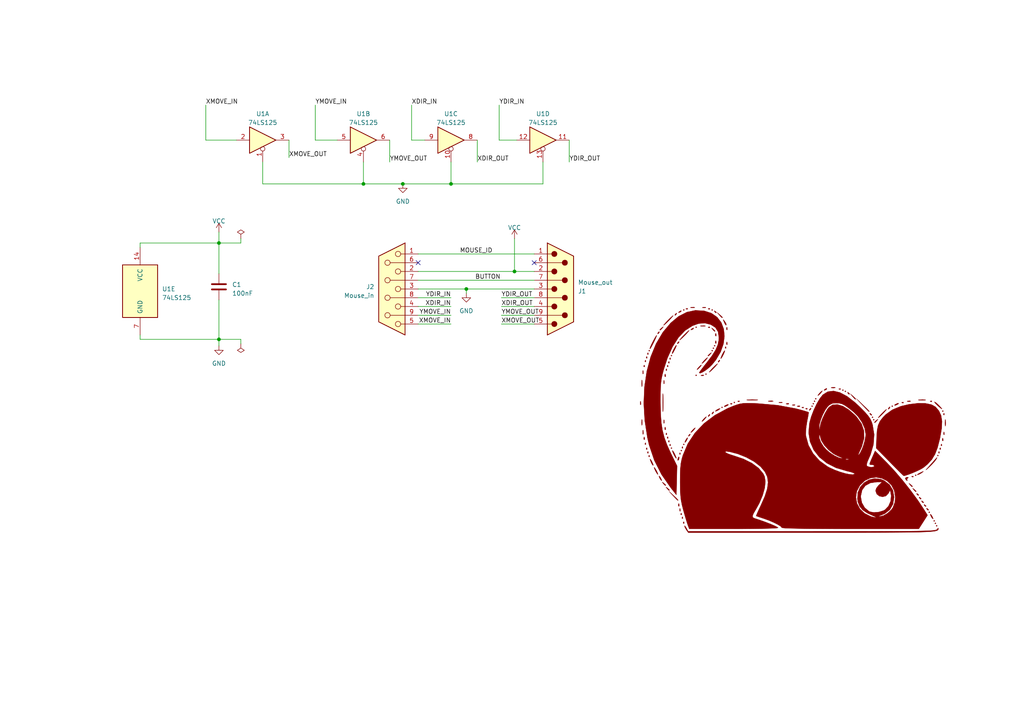
<source format=kicad_sch>
(kicad_sch (version 20230121) (generator eeschema)
  (paper "A4")
  (title_block (title "Apple II mouse cleaner") (rev ".1") (company "Wyolum.com"))
  (lib_symbols
    (symbol "power:GND" (power) (pin_names (offset 0))
      (property "Value" "GND" (at 0 -3.81 0))
      (symbol "GND_1_1"
        (pin power_in line (at 0 0 270) (length 0) hide (name "GND") (number "1"))
      )
    )
    (symbol "power:PWR_FLAG" (power) (pin_numbers hide) (pin_names (offset 0) hide)
      (property "Value" "PWR_FLAG" (at 0 3.81 0))
      (symbol "PWR_FLAG_0_0"
        (pin power_out line (at 0 0 90) (length 0) (name "pwr") (number "1"))
      )
    )
    (symbol "power:VCC" (power) (pin_names (offset 0))
      (property "Value" "VCC" (at 0 3.81 0))
      (symbol "VCC_1_1"
        (pin power_in line (at 0 0 90) (length 0) hide (name "VCC") (number "1"))
      )
    )
    (symbol "symbols:74LS125" (pin_names (offset 1.016))
      (property "Reference" "U" (at 0 1.27 0))
      (property "Value" "74LS125" (at 0 -1.27 0))
      (symbol "74LS125_1_0"
        (pin input inverted (at 0 -6.35 90) (length 4.445) (name "~") (number "1"))
        (pin input line (at -7.62 0 0) (length 3.81) (name "~") (number "2"))
        (pin tri_state line (at 7.62 0 180) (length 3.81) (name "~") (number "3"))
      )
      (symbol "74LS125_2_0"
        (pin input inverted (at 0 -6.35 90) (length 4.445) (name "~") (number "4"))
        (pin input line (at -7.62 0 0) (length 3.81) (name "~") (number "5"))
        (pin tri_state line (at 7.62 0 180) (length 3.81) (name "~") (number "6"))
      )
      (symbol "74LS125_3_0"
        (pin input inverted (at 0 -6.35 90) (length 4.445) (name "~") (number "10"))
        (pin tri_state line (at 7.62 0 180) (length 3.81) (name "~") (number "8"))
        (pin input line (at -7.62 0 0) (length 3.81) (name "~") (number "9"))
      )
      (symbol "74LS125_4_0"
        (pin tri_state line (at 7.62 0 180) (length 3.81) (name "~") (number "11"))
        (pin input line (at -7.62 0 0) (length 3.81) (name "~") (number "12"))
        (pin input inverted (at 0 -6.35 90) (length 4.445) (name "~") (number "13"))
      )
      (symbol "74LS125_5_0"
        (pin power_in line (at 0 12.7 270) (length 5.08) (name "VCC") (number "14"))
        (pin power_in line (at 0 -12.7 90) (length 5.08) (name "GND") (number "7"))
      )
    )
    (symbol "symbols:C" (pin_numbers hide) (pin_names (offset 0.254))
      (property "Reference" "C" (at 0.635 2.54 0))
      (property "Value" "C" (at 0.635 -2.54 0))
      (symbol "C_1_1"
        (pin passive line (at 0 3.81 270) (length 2.794) (name "~") (number "1"))
        (pin passive line (at 0 -3.81 90) (length 2.794) (name "~") (number "2"))
      )
    )
    (symbol "symbols:DE9_Plug" (pin_names (offset 1.016) hide)
      (property "Reference" "J" (at 0 13.97 0))
      (property "Value" "DE9_Plug" (at 0 -14.605 0))
      (symbol "DE9_Plug_1_1"
        (pin passive line (at -7.62 -10.16 0) (length 3.81) (name "1") (number "1"))
        (pin passive line (at -7.62 -5.08 0) (length 3.81) (name "2") (number "2"))
        (pin passive line (at -7.62 0 0) (length 3.81) (name "3") (number "3"))
        (pin passive line (at -7.62 5.08 0) (length 3.81) (name "4") (number "4"))
        (pin passive line (at -7.62 10.16 0) (length 3.81) (name "5") (number "5"))
        (pin passive line (at -7.62 -7.62 0) (length 3.81) (name "6") (number "6"))
        (pin passive line (at -7.62 -2.54 0) (length 3.81) (name "7") (number "7"))
        (pin passive line (at -7.62 2.54 0) (length 3.81) (name "8") (number "8"))
        (pin passive line (at -7.62 7.62 0) (length 3.81) (name "9") (number "9"))
      )
    )
    (symbol "symbols:DE9_Receptacle" (pin_names (offset 1.016) hide)
      (property "Reference" "J" (at 0 13.97 0))
      (property "Value" "DE9_Receptacle" (at 0 -14.605 0))
      (symbol "DE9_Receptacle_1_1"
        (pin passive line (at -7.62 10.16 0) (length 3.81) (name "1") (number "1"))
        (pin passive line (at -7.62 5.08 0) (length 3.81) (name "2") (number "2"))
        (pin passive line (at -7.62 0 0) (length 3.81) (name "3") (number "3"))
        (pin passive line (at -7.62 -5.08 0) (length 3.81) (name "4") (number "4"))
        (pin passive line (at -7.62 -10.16 0) (length 3.81) (name "5") (number "5"))
        (pin passive line (at -7.62 7.62 0) (length 3.81) (name "6") (number "6"))
        (pin passive line (at -7.62 2.54 0) (length 3.81) (name "7") (number "7"))
        (pin passive line (at -7.62 -2.54 0) (length 3.81) (name "8") (number "8"))
        (pin passive line (at -7.62 -7.62 0) (length 3.81) (name "9") (number "9"))
      )
    )
    (symbol "symbols:Mouse-" (pin_names (offset 1.016)))
  )
  (junction (at 105.41 53.34))
  (junction (at 63.5 98.425))
  (junction (at 130.81 53.34))
  (junction (at 135.255 83.82))
  (junction (at 116.84 53.34))
  (junction (at 149.225 78.74))
  (junction (at 63.5 70.485))
  (no_connect (at 121.285 76.2))
  (no_connect (at 154.94 76.2))
  (wire (pts (xy 121.285 93.98) (xy 130.81 93.98)))
  (wire (pts (xy 145.415 88.9) (xy 154.94 88.9)))
  (wire (pts (xy 123.19 40.64) (xy 119.38 40.64)))
  (wire (pts (xy 121.285 86.36) (xy 130.81 86.36)))
  (wire (pts (xy 121.285 78.74) (xy 149.225 78.74)))
  (wire (pts (xy 63.5 67.31) (xy 63.5 70.485)))
  (wire (pts (xy 135.255 83.82) (xy 135.255 85.09)))
  (wire (pts (xy 76.2 53.34) (xy 76.2 46.99)))
  (wire (pts (xy 69.85 69.215) (xy 69.85 70.485)))
  (wire (pts (xy 149.225 78.74) (xy 154.94 78.74)))
  (wire (pts (xy 119.38 30.48) (xy 119.38 40.64)))
  (wire (pts (xy 165.1 40.64) (xy 165.1 46.99)))
  (wire (pts (xy 138.43 40.64) (xy 138.43 46.99)))
  (wire (pts (xy 59.69 30.48) (xy 59.69 40.64)))
  (wire (pts (xy 144.78 30.48) (xy 144.78 40.64)))
  (wire (pts (xy 40.64 97.155) (xy 40.64 98.425)))
  (wire (pts (xy 69.85 99.695) (xy 69.85 98.425)))
  (wire (pts (xy 69.85 70.485) (xy 63.5 70.485)))
  (wire (pts (xy 63.5 98.425) (xy 63.5 100.33)))
  (wire (pts (xy 63.5 70.485) (xy 63.5 79.375)))
  (wire (pts (xy 145.415 86.36) (xy 154.94 86.36)))
  (wire (pts (xy 121.285 91.44) (xy 130.81 91.44)))
  (wire (pts (xy 40.64 98.425) (xy 63.5 98.425)))
  (wire (pts (xy 145.415 93.98) (xy 154.94 93.98)))
  (wire (pts (xy 40.64 70.485) (xy 63.5 70.485)))
  (wire (pts (xy 121.285 83.82) (xy 135.255 83.82)))
  (wire (pts (xy 116.84 53.34) (xy 105.41 53.34)))
  (wire (pts (xy 91.44 30.48) (xy 91.44 40.64)))
  (wire (pts (xy 83.82 40.64) (xy 83.82 45.72)))
  (wire (pts (xy 68.58 40.64) (xy 59.69 40.64)))
  (wire (pts (xy 105.41 46.99) (xy 105.41 53.34)))
  (wire (pts (xy 69.85 98.425) (xy 63.5 98.425)))
  (wire (pts (xy 157.48 46.99) (xy 157.48 53.34)))
  (wire (pts (xy 130.81 46.99) (xy 130.81 53.34)))
  (wire (pts (xy 149.86 40.64) (xy 144.78 40.64)))
  (wire (pts (xy 113.03 40.64) (xy 113.03 46.99)))
  (wire (pts (xy 63.5 86.995) (xy 63.5 98.425)))
  (wire (pts (xy 145.415 91.44) (xy 154.94 91.44)))
  (wire (pts (xy 97.79 40.64) (xy 91.44 40.64)))
  (wire (pts (xy 157.48 53.34) (xy 130.81 53.34)))
  (wire (pts (xy 130.81 53.34) (xy 116.84 53.34)))
  (wire (pts (xy 121.285 73.66) (xy 154.94 73.66)))
  (wire (pts (xy 121.285 81.28) (xy 154.94 81.28)))
  (wire (pts (xy 40.64 71.755) (xy 40.64 70.485)))
  (wire (pts (xy 121.285 88.9) (xy 130.81 88.9)))
  (wire (pts (xy 135.255 83.82) (xy 154.94 83.82)))
  (wire (pts (xy 149.225 69.215) (xy 149.225 78.74)))
  (wire (pts (xy 105.41 53.34) (xy 76.2 53.34)))
  (label "YMOVE_IN" (at 130.81 91.44 180) (property "Netclass" "Default" (effects hide)))
  (label "XMOVE_OUT" (at 83.82 45.72 0) (property "Netclass" "Default" (effects hide)))
  (label "YDIR_OUT" (at 145.415 86.36 0) (property "Netclass" "Default" (effects hide)))
  (label "XDIR_IN" (at 119.38 30.48 0) (property "Netclass" "Default" (effects hide)))
  (label "XMOVE_OUT" (at 145.415 93.98 0) (property "Netclass" "Default" (effects hide)))
  (label "YMOVE_IN" (at 91.44 30.48 0) (property "Netclass" "Default" (effects hide)))
  (label "MOUSE_ID" (at 133.35 73.66 0) (property "Netclass" "Default" (effects hide)))
  (label "BUTTON" (at 137.795 81.28 0))
  (label "XDIR_OUT" (at 138.43 46.99 0) (property "Netclass" "Default" (effects hide)))
  (label "YMOVE_OUT" (at 145.415 91.44 0))
  (label "YDIR_IN" (at 130.81 86.36 180) (property "Netclass" "Default" (effects hide)))
  (label "XDIR_IN" (at 130.81 88.9 180) (property "Netclass" "Default" (effects hide)))
  (label "YDIR_IN" (at 144.78 30.48 0) (property "Netclass" "Default" (effects hide)))
  (label "YDIR_OUT" (at 165.1 46.99 0) (property "Netclass" "Default" (effects hide)))
  (label "XMOVE_IN" (at 59.69 30.48 0) (property "Netclass" "Default" (effects hide)))
  (label "YMOVE_OUT" (at 113.03 46.99 0) (property "Netclass" "Default" (effects hide)))
  (label "XDIR_OUT" (at 145.415 88.9 0) (property "Netclass" "Default" (effects hide)))
  (label "XMOVE_IN" (at 130.81 93.98 180))
  (symbol (lib_id "power:GND") (at 135.255 85.09 0) (unit 1)
    (property "Reference" "#PWR03" (effects hide))
    (property "Value" "GND" (at 135.255 90.17 0))
  )
  (symbol (lib_id "symbols:DE9_Plug") (at 162.56 83.82 0) (mirror x) (unit 1)
    (property "Reference" "J1" (at 167.64 84.455 0) (effects (justify left)))
    (property "Value" "Mouse_out" (at 167.64 81.915 0) (effects (justify left)))
    (property "Footprint" "localfootprints:CONN_PLUG_A_DS_09_A_KG_T2S" (effects hide))
    (property "Datasheet" " ~" (effects hide))
  )
  (symbol (lib_id "power:GND") (at 63.5 100.33 0) (unit 1)
    (property "Reference" "#PWR04" (effects hide))
    (property "Value" "GND" (at 63.5 105.41 0))
  )
  (symbol (lib_id "power:VCC") (at 63.5 67.31 0) (unit 1)
    (property "Reference" "#PWR05" (effects hide))
    (property "Value" "VCC" (at 63.5 64.135 0))
  )
  (symbol (lib_id "symbols:74LS125") (at 105.41 40.64 0) (unit 2)
    (property "Reference" "U1" (at 105.41 33.02 0))
    (property "Value" "74LS125" (at 105.41 35.56 0))
    (property "Footprint" "localfootprints:SOIC-14_3.9x8.7mm_P1.27mm" (effects hide))
    (property "Datasheet" "http://www.ti.com/lit/gpn/sn74LS125" (effects hide))
  )
  (symbol (lib_id "symbols:74LS125") (at 157.48 40.64 0) (unit 4)
    (property "Reference" "U1" (at 157.48 33.02 0))
    (property "Value" "74LS125" (at 157.48 35.56 0))
    (property "Footprint" "localfootprints:SOIC-14_3.9x8.7mm_P1.27mm" (effects hide))
    (property "Datasheet" "http://www.ti.com/lit/gpn/sn74LS125" (effects hide))
  )
  (symbol (lib_id "power:PWR_FLAG") (at 69.85 99.695 180) (unit 1)
    (property "Reference" "#FLG02" (effects hide))
    (property "Value" "PWR_FLAG" (effects hide))
  )
  (symbol (lib_id "power:GND") (at 116.84 53.34 0) (unit 1)
    (property "Reference" "#PWR01" (effects hide))
    (property "Value" "GND" (at 116.84 58.42 0))
  )
  (symbol (lib_id "symbols:C") (at 63.5 83.185 0) (unit 1)
    (property "Reference" "C1" (at 67.31 82.55 0) (effects (justify left)))
    (property "Value" "100nF" (at 67.31 85.09 0) (effects (justify left)))
    (property "Footprint" "localfootprints:C_0805_2012Metric_Pad1.18x1.45mm_HandSolder" (effects hide))
  )
  (symbol (lib_id "symbols:Mouse-") (at 231.775 121.92 0) (unit 1)
    (property "Reference" "Logo1" (effects hide))
    (property "Value" "Mouse-" (effects hide))
    (property "Footprint" "localfootprints:Mouse+" (effects hide))
  )
  (symbol (lib_id "power:PWR_FLAG") (at 69.85 69.215 0) (unit 1)
    (property "Reference" "#FLG01" (effects hide))
    (property "Value" "PWR_FLAG" (effects hide))
  )
  (symbol (lib_id "symbols:74LS125") (at 40.64 84.455 0) (unit 5)
    (property "Reference" "U1" (at 46.99 83.82 0) (effects (justify left)))
    (property "Value" "74LS125" (at 46.99 86.36 0) (effects (justify left)))
    (property "Footprint" "localfootprints:SOIC-14_3.9x8.7mm_P1.27mm" (effects hide))
    (property "Datasheet" "http://www.ti.com/lit/gpn/sn74LS125" (effects hide))
  )
  (symbol (lib_id "power:VCC") (at 149.225 69.215 0) (unit 1)
    (property "Reference" "#PWR02" (effects hide))
    (property "Value" "VCC" (at 149.225 66.04 0))
  )
  (symbol (lib_id "symbols:74LS125") (at 76.2 40.64 0) (unit 1)
    (property "Reference" "U1" (at 76.2 33.02 0))
    (property "Value" "74LS125" (at 76.2 35.56 0))
    (property "Footprint" "localfootprints:SOIC-14_3.9x8.7mm_P1.27mm" (effects hide))
    (property "Datasheet" "http://www.ti.com/lit/gpn/sn74LS125" (effects hide))
  )
  (symbol (lib_id "symbols:DE9_Receptacle") (at 113.665 83.82 0) (mirror y) (unit 1)
    (property "Reference" "J2" (at 108.585 83.185 0) (effects (justify left)))
    (property "Value" "Mouse_in" (at 108.585 85.725 0) (effects (justify left)))
    (property "Footprint" "localfootprints:CONN_SOCKET_A-DF_09_A_KG-T4S" (effects hide))
    (property "Datasheet" " ~" (effects hide))
  )
  (symbol (lib_id "symbols:74LS125") (at 130.81 40.64 0) (unit 3)
    (property "Reference" "U1" (at 130.81 33.02 0))
    (property "Value" "74LS125" (at 130.81 35.56 0))
    (property "Footprint" "localfootprints:SOIC-14_3.9x8.7mm_P1.27mm" (effects hide))
    (property "Datasheet" "http://www.ti.com/lit/gpn/sn74LS125" (effects hide))
  )
)
</source>
